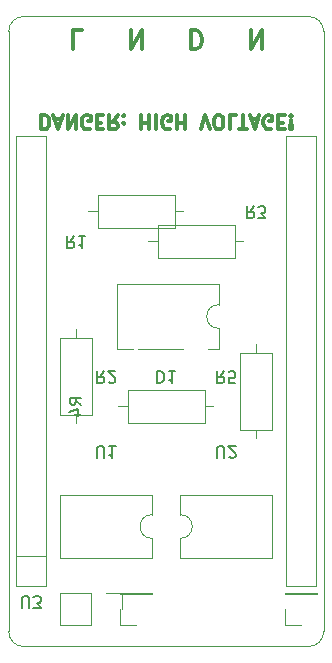
<source format=gbr>
%TF.GenerationSoftware,KiCad,Pcbnew,5.1.5+dfsg1-2~bpo10+1*%
%TF.CreationDate,2020-10-04T09:49:28+00:00*%
%TF.ProjectId,PWR,5057522e-6b69-4636-9164-5f7063625858,rev?*%
%TF.SameCoordinates,Original*%
%TF.FileFunction,Legend,Bot*%
%TF.FilePolarity,Positive*%
%FSLAX45Y45*%
G04 Gerber Fmt 4.5, Leading zero omitted, Abs format (unit mm)*
G04 Created by KiCad (PCBNEW 5.1.5+dfsg1-2~bpo10+1) date 2020-10-04 09:49:28*
%MOMM*%
%LPD*%
G04 APERTURE LIST*
%ADD10C,0.300000*%
%ADD11C,0.120000*%
%ADD12C,0.150000*%
%ADD13O,2.000000X2.000000*%
%ADD14R,2.000000X2.000000*%
%ADD15R,2.100000X2.100000*%
%ADD16C,2.100000*%
%ADD17C,2.432000*%
%ADD18R,2.432000X2.432000*%
%ADD19O,2.100000X2.100000*%
%ADD20C,2.700000*%
%ADD21R,2.400000X2.700000*%
%ADD22C,2.000000*%
%ADD23O,2.305000X2.400000*%
%ADD24R,2.305000X2.400000*%
%ADD25C,3.000000*%
%ADD26R,3.000000X3.000000*%
G04 APERTURE END LIST*
D10*
X85857Y3864286D02*
X85857Y3744286D01*
X114428Y3744286D01*
X131571Y3750000D01*
X143000Y3761429D01*
X148714Y3772857D01*
X154429Y3795714D01*
X154429Y3812857D01*
X148714Y3835714D01*
X143000Y3847143D01*
X131571Y3858571D01*
X114428Y3864286D01*
X85857Y3864286D01*
X200143Y3830000D02*
X257286Y3830000D01*
X188714Y3864286D02*
X228714Y3744286D01*
X268714Y3864286D01*
X308714Y3864286D02*
X308714Y3744286D01*
X377286Y3864286D01*
X377286Y3744286D01*
X497286Y3750000D02*
X485857Y3744286D01*
X468714Y3744286D01*
X451571Y3750000D01*
X440143Y3761429D01*
X434428Y3772857D01*
X428714Y3795714D01*
X428714Y3812857D01*
X434428Y3835714D01*
X440143Y3847143D01*
X451571Y3858571D01*
X468714Y3864286D01*
X480143Y3864286D01*
X497286Y3858571D01*
X503000Y3852857D01*
X503000Y3812857D01*
X480143Y3812857D01*
X554429Y3801429D02*
X594429Y3801429D01*
X611571Y3864286D02*
X554429Y3864286D01*
X554429Y3744286D01*
X611571Y3744286D01*
X731571Y3864286D02*
X691571Y3807143D01*
X663000Y3864286D02*
X663000Y3744286D01*
X708714Y3744286D01*
X720143Y3750000D01*
X725857Y3755714D01*
X731571Y3767143D01*
X731571Y3784286D01*
X725857Y3795714D01*
X720143Y3801429D01*
X708714Y3807143D01*
X663000Y3807143D01*
X783000Y3852857D02*
X788714Y3858571D01*
X783000Y3864286D01*
X777286Y3858571D01*
X783000Y3852857D01*
X783000Y3864286D01*
X783000Y3790000D02*
X788714Y3795714D01*
X783000Y3801429D01*
X777286Y3795714D01*
X783000Y3790000D01*
X783000Y3801429D01*
X931571Y3864286D02*
X931571Y3744286D01*
X931571Y3801429D02*
X1000143Y3801429D01*
X1000143Y3864286D02*
X1000143Y3744286D01*
X1057286Y3864286D02*
X1057286Y3744286D01*
X1177286Y3750000D02*
X1165857Y3744286D01*
X1148714Y3744286D01*
X1131571Y3750000D01*
X1120143Y3761429D01*
X1114429Y3772857D01*
X1108714Y3795714D01*
X1108714Y3812857D01*
X1114429Y3835714D01*
X1120143Y3847143D01*
X1131571Y3858571D01*
X1148714Y3864286D01*
X1160143Y3864286D01*
X1177286Y3858571D01*
X1183000Y3852857D01*
X1183000Y3812857D01*
X1160143Y3812857D01*
X1234429Y3864286D02*
X1234429Y3744286D01*
X1234429Y3801429D02*
X1303000Y3801429D01*
X1303000Y3864286D02*
X1303000Y3744286D01*
X1434428Y3744286D02*
X1474428Y3864286D01*
X1514428Y3744286D01*
X1577286Y3744286D02*
X1600143Y3744286D01*
X1611571Y3750000D01*
X1623000Y3761429D01*
X1628714Y3784286D01*
X1628714Y3824286D01*
X1623000Y3847143D01*
X1611571Y3858571D01*
X1600143Y3864286D01*
X1577286Y3864286D01*
X1565857Y3858571D01*
X1554428Y3847143D01*
X1548714Y3824286D01*
X1548714Y3784286D01*
X1554428Y3761429D01*
X1565857Y3750000D01*
X1577286Y3744286D01*
X1737286Y3864286D02*
X1680143Y3864286D01*
X1680143Y3744286D01*
X1760143Y3744286D02*
X1828714Y3744286D01*
X1794428Y3864286D02*
X1794428Y3744286D01*
X1863000Y3830000D02*
X1920143Y3830000D01*
X1851571Y3864286D02*
X1891571Y3744286D01*
X1931571Y3864286D01*
X2034428Y3750000D02*
X2023000Y3744286D01*
X2005857Y3744286D01*
X1988714Y3750000D01*
X1977286Y3761429D01*
X1971571Y3772857D01*
X1965857Y3795714D01*
X1965857Y3812857D01*
X1971571Y3835714D01*
X1977286Y3847143D01*
X1988714Y3858571D01*
X2005857Y3864286D01*
X2017286Y3864286D01*
X2034428Y3858571D01*
X2040143Y3852857D01*
X2040143Y3812857D01*
X2017286Y3812857D01*
X2091571Y3801429D02*
X2131571Y3801429D01*
X2148714Y3864286D02*
X2091571Y3864286D01*
X2091571Y3744286D01*
X2148714Y3744286D01*
X2200143Y3852857D02*
X2205857Y3858571D01*
X2200143Y3864286D01*
X2194429Y3858571D01*
X2200143Y3852857D01*
X2200143Y3864286D01*
X2200143Y3818571D02*
X2194429Y3750000D01*
X2200143Y3744286D01*
X2205857Y3750000D01*
X2200143Y3818571D01*
X2200143Y3744286D01*
X1859286Y4580881D02*
X1859286Y4420881D01*
X1950714Y4580881D01*
X1950714Y4420881D01*
X1355095Y4580881D02*
X1355095Y4420881D01*
X1393190Y4420881D01*
X1416048Y4428500D01*
X1431286Y4443738D01*
X1438905Y4458976D01*
X1446524Y4489452D01*
X1446524Y4512310D01*
X1438905Y4542786D01*
X1431286Y4558024D01*
X1416048Y4573262D01*
X1393190Y4580881D01*
X1355095Y4580881D01*
X843286Y4580881D02*
X843286Y4420881D01*
X934714Y4580881D01*
X934714Y4420881D01*
X430524Y4580881D02*
X354333Y4580881D01*
X354333Y4420881D01*
D11*
X2476500Y-508000D02*
G75*
G02X2349500Y-635000I-127000J0D01*
G01*
X-190500Y4572000D02*
G75*
G02X-63500Y4699000I127000J0D01*
G01*
X-63500Y-635000D02*
G75*
G02X-190500Y-508000I0J127000D01*
G01*
X2349500Y4699000D02*
G75*
G02X2476500Y4572000I0J-127000D01*
G01*
X-190500Y4572000D02*
X-190500Y-508000D01*
X2349500Y4699000D02*
X-63500Y4699000D01*
X2476500Y-508000D02*
X2476500Y4572000D01*
X-63500Y-635000D02*
X2349500Y-635000D01*
X1264000Y116000D02*
X1264000Y281000D01*
X2038000Y116000D02*
X1264000Y116000D01*
X2038000Y646000D02*
X2038000Y116000D01*
X1264000Y646000D02*
X2038000Y646000D01*
X1264000Y481000D02*
X1264000Y646000D01*
X1264000Y281000D02*
G75*
G03X1264000Y481000I0J100000D01*
G01*
X2153000Y-450500D02*
X2286000Y-450500D01*
X2153000Y-317500D02*
X2153000Y-450500D01*
X2153000Y-190500D02*
X2419000Y-190500D01*
X2419000Y-190500D02*
X2419000Y-184500D01*
X2153000Y-190500D02*
X2153000Y-184500D01*
X2153000Y-184500D02*
X2419000Y-184500D01*
X756000Y-450500D02*
X889000Y-450500D01*
X756000Y-317500D02*
X756000Y-450500D01*
X756000Y-190500D02*
X1022000Y-190500D01*
X1022000Y-190500D02*
X1022000Y-184500D01*
X756000Y-190500D02*
X756000Y-184500D01*
X756000Y-184500D02*
X1022000Y-184500D01*
X127000Y-127000D02*
X-127000Y-127000D01*
X2413000Y3683000D02*
X2413000Y-127000D01*
X2413000Y-127000D02*
X2159000Y-127000D01*
X2159000Y-127000D02*
X2159000Y3683000D01*
X2159000Y3683000D02*
X2413000Y3683000D01*
X127000Y127000D02*
X-127000Y127000D01*
X127000Y3683000D02*
X127000Y-127000D01*
X-127000Y3683000D02*
X127000Y3683000D01*
X-127000Y-127000D02*
X-127000Y3683000D01*
X768000Y-317500D02*
X768000Y-184500D01*
X768000Y-184500D02*
X635000Y-184500D01*
X508000Y-184500D02*
X248000Y-184500D01*
X248000Y-450500D02*
X248000Y-184500D01*
X508000Y-450500D02*
X248000Y-450500D01*
X508000Y-450500D02*
X508000Y-184500D01*
X1905000Y1928000D02*
X1905000Y1851000D01*
X1905000Y1120000D02*
X1905000Y1197000D01*
X2042000Y1851000D02*
X2042000Y1197000D01*
X1768000Y1851000D02*
X2042000Y1851000D01*
X1768000Y1197000D02*
X1768000Y1851000D01*
X2042000Y1197000D02*
X1768000Y1197000D01*
X816000Y1260000D02*
X816000Y1534000D01*
X816000Y1534000D02*
X1470000Y1534000D01*
X1470000Y1534000D02*
X1470000Y1260000D01*
X1470000Y1260000D02*
X816000Y1260000D01*
X739000Y1397000D02*
X816000Y1397000D01*
X1547000Y1397000D02*
X1470000Y1397000D01*
X993000Y2794000D02*
X1070000Y2794000D01*
X1801000Y2794000D02*
X1724000Y2794000D01*
X1070000Y2931000D02*
X1724000Y2931000D01*
X1070000Y2657000D02*
X1070000Y2931000D01*
X1724000Y2657000D02*
X1070000Y2657000D01*
X1724000Y2931000D02*
X1724000Y2657000D01*
X381000Y1247000D02*
X381000Y1324000D01*
X381000Y2055000D02*
X381000Y1978000D01*
X244000Y1324000D02*
X244000Y1978000D01*
X518000Y1324000D02*
X244000Y1324000D01*
X518000Y1978000D02*
X518000Y1324000D01*
X244000Y1978000D02*
X518000Y1978000D01*
X1293000Y3048000D02*
X1216000Y3048000D01*
X485000Y3048000D02*
X562000Y3048000D01*
X1216000Y2911000D02*
X562000Y2911000D01*
X1216000Y3185000D02*
X1216000Y2911000D01*
X562000Y3185000D02*
X1216000Y3185000D01*
X562000Y2911000D02*
X562000Y3185000D01*
X1587000Y2259000D02*
G75*
G03X1587000Y2059000I0J-100000D01*
G01*
X1587000Y2059000D02*
X1587000Y1882000D01*
X1587000Y1882000D02*
X727000Y1882000D01*
X727000Y1882000D02*
X727000Y2436000D01*
X727000Y2436000D02*
X1587000Y2436000D01*
X1587000Y2436000D02*
X1587000Y2259000D01*
X1022000Y646000D02*
X1022000Y481000D01*
X248000Y646000D02*
X1022000Y646000D01*
X248000Y116000D02*
X248000Y646000D01*
X1022000Y116000D02*
X248000Y116000D01*
X1022000Y281000D02*
X1022000Y116000D01*
X1022000Y481000D02*
G75*
G03X1022000Y281000I0J-100000D01*
G01*
D12*
X1574809Y961238D02*
X1574809Y1042190D01*
X1579571Y1051714D01*
X1584333Y1056476D01*
X1593857Y1061238D01*
X1612905Y1061238D01*
X1622428Y1056476D01*
X1627190Y1051714D01*
X1631952Y1042190D01*
X1631952Y961238D01*
X1674809Y970762D02*
X1679571Y966000D01*
X1689095Y961238D01*
X1712905Y961238D01*
X1722428Y966000D01*
X1727190Y970762D01*
X1731952Y980286D01*
X1731952Y989810D01*
X1727190Y1004095D01*
X1670048Y1061238D01*
X1731952Y1061238D01*
X-76191Y-308762D02*
X-76191Y-227809D01*
X-71429Y-218286D01*
X-66667Y-213524D01*
X-57143Y-208762D01*
X-38095Y-208762D01*
X-28571Y-213524D01*
X-23810Y-218286D01*
X-19048Y-227809D01*
X-19048Y-308762D01*
X19048Y-308762D02*
X80952Y-308762D01*
X47619Y-270667D01*
X61905Y-270667D01*
X71429Y-265905D01*
X76190Y-261143D01*
X80952Y-251619D01*
X80952Y-227809D01*
X76190Y-218286D01*
X71429Y-213524D01*
X61905Y-208762D01*
X33333Y-208762D01*
X23809Y-213524D01*
X19048Y-218286D01*
X1634333Y1696238D02*
X1601000Y1648619D01*
X1577190Y1696238D02*
X1577190Y1596238D01*
X1615286Y1596238D01*
X1624809Y1601000D01*
X1629571Y1605762D01*
X1634333Y1615286D01*
X1634333Y1629571D01*
X1629571Y1639095D01*
X1624809Y1643857D01*
X1615286Y1648619D01*
X1577190Y1648619D01*
X1724809Y1596238D02*
X1677190Y1596238D01*
X1672428Y1643857D01*
X1677190Y1639095D01*
X1686714Y1634333D01*
X1710524Y1634333D01*
X1720048Y1639095D01*
X1724809Y1643857D01*
X1729571Y1653381D01*
X1729571Y1677190D01*
X1724809Y1686714D01*
X1720048Y1691476D01*
X1710524Y1696238D01*
X1686714Y1696238D01*
X1677190Y1691476D01*
X1672428Y1686714D01*
X426238Y1413667D02*
X378619Y1447000D01*
X426238Y1470810D02*
X326238Y1470810D01*
X326238Y1432714D01*
X331000Y1423190D01*
X335762Y1418429D01*
X345286Y1413667D01*
X359571Y1413667D01*
X369095Y1418429D01*
X373857Y1423190D01*
X378619Y1432714D01*
X378619Y1470810D01*
X359571Y1327952D02*
X426238Y1327952D01*
X321476Y1351762D02*
X392905Y1375572D01*
X392905Y1313667D01*
X1888333Y3093238D02*
X1855000Y3045619D01*
X1831190Y3093238D02*
X1831190Y2993238D01*
X1869286Y2993238D01*
X1878809Y2998000D01*
X1883571Y3002762D01*
X1888333Y3012286D01*
X1888333Y3026571D01*
X1883571Y3036095D01*
X1878809Y3040857D01*
X1869286Y3045619D01*
X1831190Y3045619D01*
X1921667Y2993238D02*
X1983571Y2993238D01*
X1950238Y3031333D01*
X1964524Y3031333D01*
X1974048Y3036095D01*
X1978809Y3040857D01*
X1983571Y3050381D01*
X1983571Y3074190D01*
X1978809Y3083714D01*
X1974048Y3088476D01*
X1964524Y3093238D01*
X1935952Y3093238D01*
X1926428Y3088476D01*
X1921667Y3083714D01*
X618333Y1696238D02*
X585000Y1648619D01*
X561190Y1696238D02*
X561190Y1596238D01*
X599286Y1596238D01*
X608810Y1601000D01*
X613571Y1605762D01*
X618333Y1615286D01*
X618333Y1629571D01*
X613571Y1639095D01*
X608810Y1643857D01*
X599286Y1648619D01*
X561190Y1648619D01*
X656429Y1605762D02*
X661190Y1601000D01*
X670714Y1596238D01*
X694524Y1596238D01*
X704048Y1601000D01*
X708809Y1605762D01*
X713571Y1615286D01*
X713571Y1624810D01*
X708809Y1639095D01*
X651667Y1696238D01*
X713571Y1696238D01*
X364333Y2839238D02*
X331000Y2791619D01*
X307190Y2839238D02*
X307190Y2739238D01*
X345286Y2739238D01*
X354809Y2744000D01*
X359571Y2748762D01*
X364333Y2758286D01*
X364333Y2772572D01*
X359571Y2782095D01*
X354809Y2786857D01*
X345286Y2791619D01*
X307190Y2791619D01*
X459571Y2839238D02*
X402428Y2839238D01*
X431000Y2839238D02*
X431000Y2739238D01*
X421476Y2753524D01*
X411952Y2763048D01*
X402428Y2767810D01*
X1069190Y1696238D02*
X1069190Y1596238D01*
X1093000Y1596238D01*
X1107286Y1601000D01*
X1116810Y1610524D01*
X1121571Y1620048D01*
X1126333Y1639095D01*
X1126333Y1653381D01*
X1121571Y1672429D01*
X1116810Y1681952D01*
X1107286Y1691476D01*
X1093000Y1696238D01*
X1069190Y1696238D01*
X1221571Y1696238D02*
X1164429Y1696238D01*
X1193000Y1696238D02*
X1193000Y1596238D01*
X1183476Y1610524D01*
X1173952Y1620048D01*
X1164429Y1624810D01*
X558810Y961238D02*
X558810Y1042190D01*
X563571Y1051714D01*
X568333Y1056476D01*
X577857Y1061238D01*
X596905Y1061238D01*
X606429Y1056476D01*
X611190Y1051714D01*
X615952Y1042190D01*
X615952Y961238D01*
X715952Y1061238D02*
X658810Y1061238D01*
X687381Y1061238D02*
X687381Y961238D01*
X677857Y975524D01*
X668333Y985048D01*
X658810Y989810D01*
%LPC*%
D13*
X1397000Y0D03*
X1905000Y762000D03*
X1651000Y0D03*
X1651000Y762000D03*
X1905000Y0D03*
D14*
X1397000Y762000D03*
D15*
X2286000Y-317500D03*
D16*
X889000Y-317500D03*
D17*
X2286000Y254000D03*
X2286000Y762000D03*
X2286000Y508000D03*
X2286000Y2540000D03*
X2286000Y2286000D03*
X2286000Y1778000D03*
X2286000Y2032000D03*
X2286000Y3556000D03*
X2286000Y1524000D03*
X2286000Y1016000D03*
X2286000Y1270000D03*
X2286000Y2794000D03*
X2286000Y3302000D03*
X2286000Y3048000D03*
X2286000Y0D03*
X0Y3556000D03*
X0Y3302000D03*
X0Y3048000D03*
X0Y2794000D03*
X0Y2540000D03*
X0Y2286000D03*
X0Y2032000D03*
X0Y1778000D03*
X0Y1524000D03*
X0Y1270000D03*
X0Y1016000D03*
X0Y762000D03*
X0Y508000D03*
X0Y254000D03*
D18*
X0Y0D03*
D19*
X381000Y-317500D03*
D15*
X635000Y-317500D03*
D20*
X1145000Y-323500D03*
X385000Y2476500D03*
D21*
X1905000Y2476500D03*
D20*
X1905000Y-323500D03*
D13*
X1905000Y2032000D03*
D22*
X1905000Y1016000D03*
X635000Y1397000D03*
D13*
X1651000Y1397000D03*
X889000Y2794000D03*
D22*
X1905000Y2794000D03*
D13*
X381000Y1143000D03*
D22*
X381000Y2159000D03*
D13*
X1397000Y3048000D03*
D22*
X381000Y3048000D03*
D14*
X1397000Y1778000D03*
D13*
X889000Y2540000D03*
X889000Y1778000D03*
X1397000Y2540000D03*
X889000Y762000D03*
X381000Y0D03*
X635000Y762000D03*
X635000Y0D03*
X381000Y762000D03*
D14*
X889000Y0D03*
D23*
X889000Y3492500D03*
X1143000Y3492500D03*
D24*
X1397000Y3492500D03*
D25*
X1905000Y4127500D03*
X1397000Y4127500D03*
X889000Y4127500D03*
D26*
X381000Y4127500D03*
M02*

</source>
